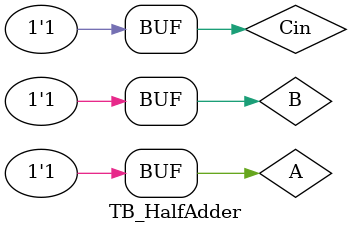
<source format=v>
`timescale 1ns / 1ps


module TB_HalfAdder(

    );

    reg A, B, Cin;
    wire HA1_Sum, HA1_Cout;
    wire HA2_Cout, HA2_SumB ;

    HalfAdder HA1 (.A(A),
                   .B(B),
                   .S(Sum),
                   .Cout(Cout));

    initial

    begin
    A = 1'b0; B =1'b0; Cin = 1'b0; #100 ;
    A = 1'b0; B =1'b0; Cin = 1'b1; #100 ;
    A = 1'b0; B =1'b1; Cin = 1'b0; #100 ;
    A = 1'b0; B =1'b1; Cin = 1'b1; #100 ;
    A = 1'b1; B = 1'b0; Cin = 1'b0; #100;
    A = 1'b1; B = 1'b0; Cin = 1'b1; #100;
    A = 1'b1; B = 1'b1; Cin = 1'b0; #100;
    A = 1'b1; B = 1'b1; Cin = 1'b1; #100;
    end

endmodule
</source>
